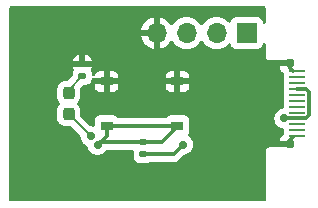
<source format=gbr>
%TF.GenerationSoftware,KiCad,Pcbnew,8.0.3*%
%TF.CreationDate,2024-07-16T16:20:45-05:00*%
%TF.ProjectId,kryptonite,6b727970-746f-46e6-9974-652e6b696361,rev?*%
%TF.SameCoordinates,PX813b7f0PY6643331*%
%TF.FileFunction,Copper,L2,Bot*%
%TF.FilePolarity,Positive*%
%FSLAX46Y46*%
G04 Gerber Fmt 4.6, Leading zero omitted, Abs format (unit mm)*
G04 Created by KiCad (PCBNEW 8.0.3) date 2024-07-16 16:20:45*
%MOMM*%
%LPD*%
G01*
G04 APERTURE LIST*
G04 Aperture macros list*
%AMRoundRect*
0 Rectangle with rounded corners*
0 $1 Rounding radius*
0 $2 $3 $4 $5 $6 $7 $8 $9 X,Y pos of 4 corners*
0 Add a 4 corners polygon primitive as box body*
4,1,4,$2,$3,$4,$5,$6,$7,$8,$9,$2,$3,0*
0 Add four circle primitives for the rounded corners*
1,1,$1+$1,$2,$3*
1,1,$1+$1,$4,$5*
1,1,$1+$1,$6,$7*
1,1,$1+$1,$8,$9*
0 Add four rect primitives between the rounded corners*
20,1,$1+$1,$2,$3,$4,$5,0*
20,1,$1+$1,$4,$5,$6,$7,0*
20,1,$1+$1,$6,$7,$8,$9,0*
20,1,$1+$1,$8,$9,$2,$3,0*%
G04 Aperture macros list end*
%TA.AperFunction,SMDPad,CuDef*%
%ADD10RoundRect,0.112000X0.238000X-0.238000X0.238000X0.238000X-0.238000X0.238000X-0.238000X-0.238000X0*%
%TD*%
%TA.AperFunction,SMDPad,CuDef*%
%ADD11RoundRect,0.055000X0.595000X-0.055000X0.595000X0.055000X-0.595000X0.055000X-0.595000X-0.055000X0*%
%TD*%
%TA.AperFunction,SMDPad,CuDef*%
%ADD12RoundRect,0.062500X0.587500X-0.062500X0.587500X0.062500X-0.587500X0.062500X-0.587500X-0.062500X0*%
%TD*%
%TA.AperFunction,ComponentPad*%
%ADD13R,1.700000X1.700000*%
%TD*%
%TA.AperFunction,ComponentPad*%
%ADD14O,1.700000X1.700000*%
%TD*%
%TA.AperFunction,SMDPad,CuDef*%
%ADD15RoundRect,0.237500X-0.237500X0.287500X-0.237500X-0.287500X0.237500X-0.287500X0.237500X0.287500X0*%
%TD*%
%TA.AperFunction,SMDPad,CuDef*%
%ADD16R,1.000000X0.750000*%
%TD*%
%TA.AperFunction,SMDPad,CuDef*%
%ADD17RoundRect,0.135000X-0.185000X0.135000X-0.185000X-0.135000X0.185000X-0.135000X0.185000X0.135000X0*%
%TD*%
%TA.AperFunction,ViaPad*%
%ADD18C,0.700000*%
%TD*%
%TA.AperFunction,ViaPad*%
%ADD19C,0.600000*%
%TD*%
%TA.AperFunction,Conductor*%
%ADD20C,0.300000*%
%TD*%
%TA.AperFunction,Conductor*%
%ADD21C,0.200000*%
%TD*%
G04 APERTURE END LIST*
D10*
%TO.P,P1,A1,GND*%
%TO.N,GND*%
X24037500Y5135001D03*
X24037500Y11985001D03*
D11*
%TO.P,P1,B1,GND*%
X24687500Y5810001D03*
D12*
%TO.P,P1,B2,TX2+*%
%TO.N,unconnected-(P1-TX2+-PadB2)*%
X24687500Y6310001D03*
%TO.P,P1,B3,TX2-*%
%TO.N,unconnected-(P1-TX2--PadB3)*%
X24687500Y6810001D03*
%TO.P,P1,B4,VBUS*%
%TO.N,VBUS*%
X24687500Y7310001D03*
%TO.P,P1,B5,VCONN*%
%TO.N,unconnected-(P1-VCONN-PadB5)*%
X24687500Y7810001D03*
%TO.P,P1,B6*%
%TO.N,N/C*%
X24687500Y8310001D03*
%TO.P,P1,B7*%
X24687500Y8810001D03*
%TO.P,P1,B8,SBU2*%
%TO.N,unconnected-(P1-SBU2-PadB8)*%
X24687500Y9310001D03*
%TO.P,P1,B9,VBUS*%
%TO.N,VBUS*%
X24687500Y9810001D03*
%TO.P,P1,B10,RX1-*%
%TO.N,unconnected-(P1-RX1--PadB10)*%
X24687500Y10310001D03*
%TO.P,P1,B11,RX1+*%
%TO.N,unconnected-(P1-RX1+-PadB11)*%
X24687500Y10810001D03*
D11*
%TO.P,P1,B12,GND*%
%TO.N,GND*%
X24687500Y11310001D03*
%TD*%
D13*
%TO.P,J1,1,Pin_1*%
%TO.N,+3V3*%
X20390000Y14550001D03*
D14*
%TO.P,J1,2,Pin_2*%
%TO.N,/SWDIO*%
X17850000Y14550001D03*
%TO.P,J1,3,Pin_3*%
%TO.N,/SWCLK*%
X15310000Y14550001D03*
%TO.P,J1,4,Pin_4*%
%TO.N,GND*%
X12770000Y14550001D03*
%TD*%
D15*
%TO.P,D1,1,K*%
%TO.N,/LED_K*%
X5310000Y9442501D03*
%TO.P,D1,2,A*%
%TO.N,/LED_A*%
X5310000Y7692501D03*
%TD*%
D16*
%TO.P,SW1,1,1*%
%TO.N,/BTN*%
X8530000Y6710001D03*
X14530000Y6710001D03*
%TO.P,SW1,2,2*%
%TO.N,GND*%
X8530000Y10460001D03*
X14530000Y10460001D03*
%TD*%
D17*
%TO.P,R5,1*%
%TO.N,/BTN*%
X11640000Y5310001D03*
%TO.P,R5,2*%
%TO.N,+3V3*%
X11640000Y4290001D03*
%TD*%
%TO.P,R6,1*%
%TO.N,GND*%
X6480000Y11930001D03*
%TO.P,R6,2*%
%TO.N,/LED_K*%
X6480000Y10910001D03*
%TD*%
D18*
%TO.N,+3V3*%
X15010000Y5100001D03*
%TO.N,GND*%
X22720000Y11890001D03*
X8650000Y15420001D03*
X21510000Y4230001D03*
D19*
X6571974Y9557001D03*
D18*
X1520000Y9200001D03*
X16985000Y6890001D03*
X6834498Y1614499D03*
X6960000Y13040001D03*
%TO.N,VBUS*%
X23590000Y7310001D03*
%TO.N,/LED_A*%
X7200000Y5790001D03*
%TO.N,/BTN*%
X7770000Y5080001D03*
%TD*%
D20*
%TO.N,+3V3*%
X15010000Y5100001D02*
X14200000Y4290001D01*
X14200000Y4290001D02*
X11640000Y4290001D01*
%TO.N,GND*%
X21510000Y4230001D02*
X21510000Y4780001D01*
X24087500Y5517043D02*
X24346479Y5776022D01*
X24087500Y11985001D02*
X22815000Y11985001D01*
X24087500Y5135001D02*
X24087500Y5517043D01*
X21865000Y5135001D02*
X24087500Y5135001D01*
X21510000Y4780001D02*
X21865000Y5135001D01*
X24087500Y11985001D02*
X24087500Y11602959D01*
X22815000Y11985001D02*
X22720000Y11890001D01*
X24087500Y11602959D02*
X24346479Y11343980D01*
%TO.N,VBUS*%
X24687500Y9810001D02*
X25422596Y9810001D01*
X25422596Y9810001D02*
X25687500Y9545097D01*
X25687500Y7574905D02*
X25422596Y7310001D01*
X25687500Y9545097D02*
X25687500Y7574905D01*
X25422596Y7310001D02*
X24687500Y7310001D01*
X24687500Y7310001D02*
X23590000Y7310001D01*
D21*
%TO.N,/LED_A*%
X7200000Y5790001D02*
X5310000Y7680001D01*
%TO.N,/LED_K*%
X5310000Y9740001D02*
X6480000Y10910001D01*
D20*
%TO.N,/BTN*%
X13260000Y5310001D02*
X14530000Y6580001D01*
X14530000Y6710001D02*
X8530000Y6710001D01*
X8000000Y5310001D02*
X11640000Y5310001D01*
X8530000Y5840001D02*
X7770000Y5080001D01*
X11640000Y5310001D02*
X13260000Y5310001D01*
X8530000Y6710001D02*
X8530000Y5840001D01*
X7770000Y5080001D02*
X8000000Y5310001D01*
%TD*%
%TA.AperFunction,Conductor*%
%TO.N,GND*%
G36*
X21930039Y16799816D02*
G01*
X21975794Y16747012D01*
X21987000Y16695501D01*
X21987000Y15468468D01*
X21967315Y15401429D01*
X21914511Y15355674D01*
X21845353Y15345730D01*
X21781797Y15374755D01*
X21744023Y15433533D01*
X21739710Y15455214D01*
X21738285Y15468468D01*
X21734091Y15507484D01*
X21683796Y15642332D01*
X21683795Y15642333D01*
X21683793Y15642337D01*
X21597547Y15757546D01*
X21597544Y15757549D01*
X21482335Y15843795D01*
X21482328Y15843799D01*
X21347482Y15894093D01*
X21347483Y15894093D01*
X21287883Y15900500D01*
X21287881Y15900501D01*
X21287873Y15900501D01*
X21287864Y15900501D01*
X19492129Y15900501D01*
X19492123Y15900500D01*
X19432516Y15894093D01*
X19297671Y15843799D01*
X19297664Y15843795D01*
X19182455Y15757549D01*
X19182452Y15757546D01*
X19096206Y15642337D01*
X19096203Y15642332D01*
X19047189Y15510918D01*
X19005317Y15454985D01*
X18939853Y15430568D01*
X18871580Y15445420D01*
X18843326Y15466571D01*
X18721402Y15588495D01*
X18721395Y15588500D01*
X18527834Y15724034D01*
X18527830Y15724036D01*
X18527828Y15724037D01*
X18313663Y15823904D01*
X18313659Y15823905D01*
X18313655Y15823907D01*
X18085413Y15885063D01*
X18085403Y15885065D01*
X17850001Y15905660D01*
X17849999Y15905660D01*
X17614596Y15885065D01*
X17614586Y15885063D01*
X17386344Y15823907D01*
X17386335Y15823903D01*
X17172171Y15724037D01*
X17172169Y15724036D01*
X16978597Y15588496D01*
X16811505Y15421404D01*
X16681575Y15235843D01*
X16626998Y15192218D01*
X16557500Y15185024D01*
X16495145Y15216547D01*
X16478425Y15235843D01*
X16348494Y15421404D01*
X16181402Y15588495D01*
X16181395Y15588500D01*
X15987834Y15724034D01*
X15987830Y15724036D01*
X15987828Y15724037D01*
X15773663Y15823904D01*
X15773659Y15823905D01*
X15773655Y15823907D01*
X15545413Y15885063D01*
X15545403Y15885065D01*
X15310001Y15905660D01*
X15309999Y15905660D01*
X15074596Y15885065D01*
X15074586Y15885063D01*
X14846344Y15823907D01*
X14846335Y15823903D01*
X14632171Y15724037D01*
X14632169Y15724036D01*
X14438597Y15588496D01*
X14271508Y15421407D01*
X14141269Y15235406D01*
X14086692Y15191782D01*
X14017193Y15184589D01*
X13954839Y15216111D01*
X13938119Y15235407D01*
X13808113Y15421075D01*
X13808108Y15421081D01*
X13641082Y15588107D01*
X13447578Y15723602D01*
X13233492Y15823431D01*
X13233486Y15823434D01*
X13020000Y15880637D01*
X13020000Y14983013D01*
X12962993Y15015926D01*
X12835826Y15050001D01*
X12704174Y15050001D01*
X12577007Y15015926D01*
X12520000Y14983013D01*
X12520000Y15880637D01*
X12519999Y15880637D01*
X12306513Y15823434D01*
X12306507Y15823431D01*
X12092422Y15723602D01*
X12092420Y15723601D01*
X11898926Y15588115D01*
X11898920Y15588110D01*
X11731891Y15421081D01*
X11731886Y15421075D01*
X11596400Y15227581D01*
X11596399Y15227579D01*
X11496570Y15013494D01*
X11496567Y15013488D01*
X11439364Y14800002D01*
X11439364Y14800001D01*
X12336988Y14800001D01*
X12304075Y14742994D01*
X12270000Y14615827D01*
X12270000Y14484175D01*
X12304075Y14357008D01*
X12336988Y14300001D01*
X11439364Y14300001D01*
X11496567Y14086515D01*
X11496570Y14086509D01*
X11596399Y13872423D01*
X11731894Y13678919D01*
X11898917Y13511896D01*
X12092421Y13376401D01*
X12306507Y13276572D01*
X12306516Y13276568D01*
X12520000Y13219367D01*
X12520000Y14116989D01*
X12577007Y14084076D01*
X12704174Y14050001D01*
X12835826Y14050001D01*
X12962993Y14084076D01*
X13020000Y14116989D01*
X13020000Y13219368D01*
X13233483Y13276568D01*
X13233492Y13276572D01*
X13447578Y13376401D01*
X13641082Y13511896D01*
X13808105Y13678919D01*
X13938119Y13864596D01*
X13992696Y13908220D01*
X14062195Y13915413D01*
X14124549Y13883891D01*
X14141269Y13864596D01*
X14271505Y13678600D01*
X14438599Y13511506D01*
X14535384Y13443736D01*
X14632165Y13375969D01*
X14632167Y13375968D01*
X14632170Y13375966D01*
X14846337Y13276098D01*
X15074592Y13214938D01*
X15251034Y13199501D01*
X15309999Y13194342D01*
X15310000Y13194342D01*
X15310001Y13194342D01*
X15368966Y13199501D01*
X15545408Y13214938D01*
X15773663Y13276098D01*
X15987830Y13375966D01*
X16181401Y13511506D01*
X16348495Y13678600D01*
X16478425Y13864159D01*
X16533002Y13907784D01*
X16602500Y13914978D01*
X16664855Y13883455D01*
X16681575Y13864159D01*
X16811281Y13678919D01*
X16811505Y13678600D01*
X16978599Y13511506D01*
X17075384Y13443736D01*
X17172165Y13375969D01*
X17172167Y13375968D01*
X17172170Y13375966D01*
X17386337Y13276098D01*
X17614592Y13214938D01*
X17791034Y13199501D01*
X17849999Y13194342D01*
X17850000Y13194342D01*
X17850001Y13194342D01*
X17908966Y13199501D01*
X18085408Y13214938D01*
X18313663Y13276098D01*
X18527830Y13375966D01*
X18721401Y13511506D01*
X18843329Y13633435D01*
X18904648Y13666917D01*
X18974340Y13661933D01*
X19030274Y13620062D01*
X19047189Y13589084D01*
X19096202Y13457673D01*
X19096206Y13457666D01*
X19182452Y13342457D01*
X19182455Y13342454D01*
X19297664Y13256208D01*
X19297671Y13256204D01*
X19432517Y13205910D01*
X19432516Y13205910D01*
X19439444Y13205166D01*
X19492127Y13199501D01*
X21287872Y13199502D01*
X21347483Y13205910D01*
X21482331Y13256205D01*
X21597546Y13342455D01*
X21683796Y13457670D01*
X21734091Y13592518D01*
X21739711Y13644793D01*
X21766449Y13709340D01*
X21823841Y13749188D01*
X21893666Y13751682D01*
X21953755Y13716030D01*
X21985030Y13653550D01*
X21987000Y13631534D01*
X21987000Y12520439D01*
X22000652Y12469488D01*
X22007479Y12444011D01*
X22007482Y12444006D01*
X22047035Y12375497D01*
X22047039Y12375492D01*
X22047040Y12375490D01*
X22102989Y12319541D01*
X22102991Y12319540D01*
X22102995Y12319537D01*
X22171504Y12279984D01*
X22171511Y12279980D01*
X22247938Y12259501D01*
X22327062Y12259501D01*
X23111638Y12259501D01*
X23178677Y12239816D01*
X23184652Y12235001D01*
X24163500Y12235001D01*
X24230539Y12215316D01*
X24276294Y12162512D01*
X24287500Y12111001D01*
X24287500Y11859001D01*
X24267815Y11791962D01*
X24215011Y11746207D01*
X24163500Y11735001D01*
X23187500Y11735001D01*
X23187500Y11685196D01*
X23190230Y11650504D01*
X23190231Y11650498D01*
X23233368Y11502020D01*
X23233370Y11502015D01*
X23312079Y11368925D01*
X23312086Y11368916D01*
X23421414Y11259588D01*
X23421423Y11259581D01*
X23487470Y11220521D01*
X23535154Y11169452D01*
X23547463Y11128582D01*
X23548209Y11122366D01*
X23552208Y11112226D01*
X23558487Y11042639D01*
X23551646Y11020054D01*
X23551491Y11019476D01*
X23537000Y10909403D01*
X23537000Y10710598D01*
X23551489Y10600533D01*
X23553594Y10592679D01*
X23550314Y10591801D01*
X23556081Y10537928D01*
X23553017Y10527479D01*
X23553595Y10527324D01*
X23551490Y10519472D01*
X23537000Y10409403D01*
X23537000Y10210598D01*
X23551489Y10100533D01*
X23553594Y10092679D01*
X23550314Y10091801D01*
X23556081Y10037928D01*
X23553017Y10027479D01*
X23553595Y10027324D01*
X23551490Y10019472D01*
X23537000Y9909403D01*
X23537000Y9710598D01*
X23551489Y9600533D01*
X23553594Y9592679D01*
X23550314Y9591801D01*
X23556081Y9537928D01*
X23553017Y9527479D01*
X23553595Y9527324D01*
X23551490Y9519472D01*
X23537000Y9409403D01*
X23537000Y9210598D01*
X23551489Y9100533D01*
X23553594Y9092679D01*
X23550314Y9091801D01*
X23556081Y9037928D01*
X23553017Y9027479D01*
X23553595Y9027324D01*
X23551490Y9019472D01*
X23537000Y8909403D01*
X23537000Y8710598D01*
X23551489Y8600533D01*
X23553594Y8592679D01*
X23550314Y8591801D01*
X23556081Y8537928D01*
X23553017Y8527479D01*
X23553595Y8527324D01*
X23551490Y8519472D01*
X23537000Y8409403D01*
X23537000Y8268650D01*
X23517315Y8201611D01*
X23464511Y8155856D01*
X23438782Y8147360D01*
X23325732Y8123330D01*
X23325728Y8123329D01*
X23162408Y8050614D01*
X23017768Y7945526D01*
X22898140Y7812665D01*
X22808750Y7657837D01*
X22808747Y7657831D01*
X22753504Y7487809D01*
X22753503Y7487807D01*
X22734815Y7310001D01*
X22753503Y7132196D01*
X22753504Y7132194D01*
X22808747Y6962172D01*
X22808750Y6962166D01*
X22898141Y6807336D01*
X22939812Y6761055D01*
X23017764Y6674480D01*
X23017767Y6674478D01*
X23017770Y6674475D01*
X23162407Y6569389D01*
X23325733Y6496672D01*
X23438781Y6472643D01*
X23500263Y6439451D01*
X23534039Y6378288D01*
X23537000Y6351354D01*
X23537000Y6210598D01*
X23551489Y6100531D01*
X23553593Y6092682D01*
X23552314Y6092340D01*
X23558881Y6031243D01*
X23552209Y6007779D01*
X23548210Y5997637D01*
X23547463Y5991420D01*
X23519921Y5927208D01*
X23487472Y5899483D01*
X23421424Y5860422D01*
X23421419Y5860418D01*
X23312083Y5751083D01*
X23312079Y5751078D01*
X23233370Y5617988D01*
X23233368Y5617983D01*
X23190231Y5469505D01*
X23190230Y5469499D01*
X23187500Y5434807D01*
X23187500Y5385001D01*
X24163500Y5385001D01*
X24230539Y5365316D01*
X24276294Y5312512D01*
X24287500Y5261001D01*
X24287500Y5009001D01*
X24267815Y4941962D01*
X24215011Y4896207D01*
X24163500Y4885001D01*
X23177674Y4885001D01*
X23137996Y4863335D01*
X23111638Y4860501D01*
X22327062Y4860501D01*
X22247938Y4860501D01*
X22209724Y4850262D01*
X22171509Y4840022D01*
X22171504Y4840019D01*
X22102995Y4800466D01*
X22102987Y4800460D01*
X22047041Y4744514D01*
X22047035Y4744506D01*
X22007482Y4675997D01*
X22007479Y4675992D01*
X21987000Y4599562D01*
X21987000Y424500D01*
X21967315Y357461D01*
X21914511Y311706D01*
X21863000Y300500D01*
X424500Y300500D01*
X357461Y320185D01*
X311706Y372989D01*
X300500Y424500D01*
X300500Y9779186D01*
X4334500Y9779186D01*
X4334500Y9105832D01*
X4334501Y9105814D01*
X4344825Y9004749D01*
X4376420Y8909403D01*
X4399092Y8840985D01*
X4479515Y8710598D01*
X4489661Y8694150D01*
X4528629Y8655182D01*
X4562114Y8593859D01*
X4557130Y8524167D01*
X4528629Y8479820D01*
X4489661Y8440853D01*
X4399093Y8294020D01*
X4399092Y8294017D01*
X4344826Y8130254D01*
X4344826Y8130253D01*
X4344825Y8130253D01*
X4334500Y8029186D01*
X4334500Y7355832D01*
X4334501Y7355814D01*
X4344825Y7254749D01*
X4365458Y7192485D01*
X4399092Y7090985D01*
X4489660Y6944151D01*
X4611650Y6822161D01*
X4758484Y6731593D01*
X4922247Y6677327D01*
X5023323Y6667001D01*
X5422401Y6667002D01*
X5489440Y6647318D01*
X5510082Y6630683D01*
X6313066Y5827699D01*
X6346551Y5766376D01*
X6348706Y5752980D01*
X6363503Y5612197D01*
X6363504Y5612194D01*
X6418747Y5442172D01*
X6418750Y5442166D01*
X6508141Y5287336D01*
X6534075Y5258534D01*
X6627764Y5154480D01*
X6627767Y5154478D01*
X6627770Y5154475D01*
X6772407Y5049389D01*
X6859781Y5010488D01*
X6913017Y4965238D01*
X6932664Y4910177D01*
X6933502Y4902203D01*
X6933504Y4902194D01*
X6988747Y4732172D01*
X6988750Y4732166D01*
X7078141Y4577336D01*
X7119812Y4531055D01*
X7197764Y4444480D01*
X7197767Y4444478D01*
X7197770Y4444475D01*
X7342407Y4339389D01*
X7505733Y4266672D01*
X7680609Y4229501D01*
X7680610Y4229501D01*
X7859389Y4229501D01*
X7859391Y4229501D01*
X8034267Y4266672D01*
X8197593Y4339389D01*
X8342230Y4444475D01*
X8461859Y4577336D01*
X8461862Y4577341D01*
X8473503Y4597502D01*
X8524070Y4645717D01*
X8580889Y4659501D01*
X10698762Y4659501D01*
X10765801Y4639816D01*
X10811556Y4587012D01*
X10822380Y4525771D01*
X10819500Y4489186D01*
X10819500Y4090832D01*
X10819501Y4090810D01*
X10822335Y4054796D01*
X10867129Y3900613D01*
X10867131Y3900608D01*
X10948863Y3762406D01*
X10948869Y3762398D01*
X11062396Y3648871D01*
X11062400Y3648868D01*
X11062402Y3648866D01*
X11200607Y3567132D01*
X11241268Y3555319D01*
X11354791Y3522337D01*
X11354794Y3522337D01*
X11354796Y3522336D01*
X11390819Y3519501D01*
X11889180Y3519502D01*
X11925204Y3522336D01*
X12079393Y3567132D01*
X12172564Y3622234D01*
X12235685Y3639501D01*
X14264071Y3639501D01*
X14348615Y3656319D01*
X14389744Y3664500D01*
X14508127Y3713536D01*
X14614669Y3784724D01*
X15048092Y4218148D01*
X15109413Y4251631D01*
X15109477Y4251645D01*
X15274267Y4286672D01*
X15437593Y4359389D01*
X15582230Y4464475D01*
X15701859Y4597336D01*
X15791250Y4752166D01*
X15846497Y4922198D01*
X15865185Y5100001D01*
X15846497Y5277804D01*
X15818873Y5362820D01*
X15791252Y5447831D01*
X15791249Y5447837D01*
X15701859Y5602666D01*
X15655003Y5654705D01*
X15582235Y5735523D01*
X15582226Y5735530D01*
X15440586Y5838440D01*
X15397920Y5893770D01*
X15391942Y5963383D01*
X15414205Y6013067D01*
X15473796Y6092670D01*
X15524091Y6227518D01*
X15530500Y6287128D01*
X15530499Y7132873D01*
X15524091Y7192484D01*
X15473796Y7327332D01*
X15473795Y7327333D01*
X15473793Y7327337D01*
X15387547Y7442546D01*
X15387544Y7442549D01*
X15272335Y7528795D01*
X15272328Y7528799D01*
X15137482Y7579093D01*
X15137483Y7579093D01*
X15077883Y7585500D01*
X15077881Y7585501D01*
X15077873Y7585501D01*
X15077864Y7585501D01*
X13982129Y7585501D01*
X13982123Y7585500D01*
X13922516Y7579093D01*
X13787671Y7528799D01*
X13787664Y7528795D01*
X13672457Y7442550D01*
X13672449Y7442543D01*
X13648232Y7410191D01*
X13592299Y7368319D01*
X13548965Y7360501D01*
X9511035Y7360501D01*
X9443996Y7380186D01*
X9411768Y7410191D01*
X9387550Y7442543D01*
X9387547Y7442546D01*
X9387546Y7442547D01*
X9327087Y7487807D01*
X9272335Y7528795D01*
X9272328Y7528799D01*
X9137482Y7579093D01*
X9137483Y7579093D01*
X9077883Y7585500D01*
X9077881Y7585501D01*
X9077873Y7585501D01*
X9077864Y7585501D01*
X7982129Y7585501D01*
X7982123Y7585500D01*
X7922516Y7579093D01*
X7787671Y7528799D01*
X7787664Y7528795D01*
X7672455Y7442549D01*
X7672452Y7442546D01*
X7586206Y7327337D01*
X7586202Y7327330D01*
X7535908Y7192484D01*
X7529501Y7132885D01*
X7529501Y7132878D01*
X7529500Y7132866D01*
X7529500Y6742592D01*
X7509815Y6675553D01*
X7457011Y6629798D01*
X7387853Y6619854D01*
X7379720Y6621301D01*
X7379684Y6621309D01*
X7289391Y6640501D01*
X7289387Y6640501D01*
X7250098Y6640501D01*
X7183059Y6660186D01*
X7162417Y6676820D01*
X6321818Y7517419D01*
X6288333Y7578742D01*
X6285499Y7605100D01*
X6285499Y8029171D01*
X6285498Y8029188D01*
X6275174Y8130254D01*
X6220908Y8294017D01*
X6130340Y8440851D01*
X6091371Y8479820D01*
X6057886Y8541143D01*
X6062870Y8610835D01*
X6091371Y8655182D01*
X6130340Y8694151D01*
X6220908Y8840985D01*
X6275174Y9004748D01*
X6285500Y9105824D01*
X6285499Y9779177D01*
X6283415Y9799577D01*
X6296184Y9868269D01*
X6319089Y9899857D01*
X6456390Y10037157D01*
X7530000Y10037157D01*
X7536401Y9977629D01*
X7536403Y9977622D01*
X7586645Y9842915D01*
X7586649Y9842908D01*
X7672809Y9727814D01*
X7672812Y9727811D01*
X7787906Y9641651D01*
X7787913Y9641647D01*
X7922620Y9591405D01*
X7922627Y9591403D01*
X7982155Y9585002D01*
X7982172Y9585001D01*
X8280000Y9585001D01*
X8780000Y9585001D01*
X9077828Y9585001D01*
X9077844Y9585002D01*
X9137372Y9591403D01*
X9137379Y9591405D01*
X9272086Y9641647D01*
X9272093Y9641651D01*
X9387187Y9727811D01*
X9387190Y9727814D01*
X9473350Y9842908D01*
X9473354Y9842915D01*
X9523596Y9977622D01*
X9523598Y9977629D01*
X9529999Y10037157D01*
X13530000Y10037157D01*
X13536401Y9977629D01*
X13536403Y9977622D01*
X13586645Y9842915D01*
X13586649Y9842908D01*
X13672809Y9727814D01*
X13672812Y9727811D01*
X13787906Y9641651D01*
X13787913Y9641647D01*
X13922620Y9591405D01*
X13922627Y9591403D01*
X13982155Y9585002D01*
X13982172Y9585001D01*
X14280000Y9585001D01*
X14780000Y9585001D01*
X15077828Y9585001D01*
X15077844Y9585002D01*
X15137372Y9591403D01*
X15137379Y9591405D01*
X15272086Y9641647D01*
X15272093Y9641651D01*
X15387187Y9727811D01*
X15387190Y9727814D01*
X15473350Y9842908D01*
X15473354Y9842915D01*
X15523596Y9977622D01*
X15523598Y9977629D01*
X15529999Y10037157D01*
X15530000Y10037174D01*
X15530000Y10210001D01*
X14780000Y10210001D01*
X14780000Y9585001D01*
X14280000Y9585001D01*
X14280000Y10210001D01*
X13530000Y10210001D01*
X13530000Y10037157D01*
X9529999Y10037157D01*
X9530000Y10037174D01*
X9530000Y10210001D01*
X8780000Y10210001D01*
X8780000Y9585001D01*
X8280000Y9585001D01*
X8280000Y10210001D01*
X7530000Y10210001D01*
X7530000Y10037157D01*
X6456390Y10037157D01*
X6522416Y10103183D01*
X6583739Y10136668D01*
X6610097Y10139502D01*
X6729168Y10139502D01*
X6729180Y10139502D01*
X6765204Y10142336D01*
X6919393Y10187132D01*
X7057598Y10268866D01*
X7171135Y10382403D01*
X7252869Y10520608D01*
X7297665Y10674797D01*
X7297665Y10674804D01*
X7299396Y10680760D01*
X7337002Y10739646D01*
X7400475Y10768853D01*
X7469661Y10759107D01*
X7506154Y10733847D01*
X7530000Y10710001D01*
X8280000Y10710001D01*
X8780000Y10710001D01*
X9530000Y10710001D01*
X9530000Y10882829D01*
X9529999Y10882846D01*
X13530000Y10882846D01*
X13530000Y10710001D01*
X14280000Y10710001D01*
X14780000Y10710001D01*
X15530000Y10710001D01*
X15530000Y10882829D01*
X15529999Y10882846D01*
X15523598Y10942374D01*
X15523596Y10942381D01*
X15473354Y11077088D01*
X15473350Y11077095D01*
X15387190Y11192189D01*
X15387187Y11192192D01*
X15272093Y11278352D01*
X15272086Y11278356D01*
X15137379Y11328598D01*
X15137372Y11328600D01*
X15077844Y11335001D01*
X14780000Y11335001D01*
X14780000Y10710001D01*
X14280000Y10710001D01*
X14280000Y11335001D01*
X13982155Y11335001D01*
X13922627Y11328600D01*
X13922620Y11328598D01*
X13787913Y11278356D01*
X13787906Y11278352D01*
X13672812Y11192192D01*
X13672809Y11192189D01*
X13586649Y11077095D01*
X13586645Y11077088D01*
X13536403Y10942381D01*
X13536401Y10942374D01*
X13530000Y10882846D01*
X9529999Y10882846D01*
X9523598Y10942374D01*
X9523596Y10942381D01*
X9473354Y11077088D01*
X9473350Y11077095D01*
X9387190Y11192189D01*
X9387187Y11192192D01*
X9272093Y11278352D01*
X9272086Y11278356D01*
X9137379Y11328598D01*
X9137372Y11328600D01*
X9077844Y11335001D01*
X8780000Y11335001D01*
X8780000Y10710001D01*
X8280000Y10710001D01*
X8280000Y11335001D01*
X7982155Y11335001D01*
X7922627Y11328600D01*
X7922620Y11328598D01*
X7787913Y11278356D01*
X7787906Y11278352D01*
X7672812Y11192192D01*
X7672809Y11192189D01*
X7586649Y11077095D01*
X7586645Y11077088D01*
X7540681Y10953851D01*
X7498810Y10897917D01*
X7433345Y10873500D01*
X7365072Y10888352D01*
X7315667Y10937757D01*
X7300499Y10997184D01*
X7300499Y11109171D01*
X7300498Y11109193D01*
X7297665Y11145202D01*
X7297665Y11145205D01*
X7252869Y11299394D01*
X7218581Y11357372D01*
X7201398Y11425096D01*
X7218582Y11483615D01*
X7252404Y11540805D01*
X7252405Y11540807D01*
X7292844Y11680001D01*
X6740409Y11680001D01*
X6730682Y11680383D01*
X6729182Y11680501D01*
X6230831Y11680501D01*
X6230806Y11680500D01*
X6229332Y11680383D01*
X6219607Y11680001D01*
X5667156Y11680001D01*
X5707594Y11540808D01*
X5741419Y11483613D01*
X5758601Y11415889D01*
X5741419Y11357373D01*
X5707130Y11299394D01*
X5707129Y11299390D01*
X5662335Y11145210D01*
X5662334Y11145204D01*
X5659500Y11109190D01*
X5659500Y10990099D01*
X5639815Y10923060D01*
X5623181Y10902418D01*
X5225082Y10504320D01*
X5163759Y10470835D01*
X5137402Y10468001D01*
X5023331Y10468001D01*
X5023312Y10468000D01*
X4922247Y10457676D01*
X4758484Y10403409D01*
X4758481Y10403408D01*
X4611648Y10312840D01*
X4489661Y10190853D01*
X4399093Y10044020D01*
X4399091Y10044015D01*
X4377093Y9977629D01*
X4344826Y9880254D01*
X4344826Y9880253D01*
X4344825Y9880253D01*
X4334500Y9779186D01*
X300500Y9779186D01*
X300500Y12180001D01*
X5667156Y12180001D01*
X6230000Y12180001D01*
X6730000Y12180001D01*
X7292844Y12180001D01*
X7252404Y12319196D01*
X7170738Y12457287D01*
X7170731Y12457296D01*
X7057294Y12570733D01*
X7057285Y12570740D01*
X6919191Y12652408D01*
X6919188Y12652409D01*
X6765130Y12697167D01*
X6730000Y12699933D01*
X6730000Y12180001D01*
X6230000Y12180001D01*
X6230000Y12699933D01*
X6229999Y12699933D01*
X6194869Y12697167D01*
X6194868Y12697167D01*
X6040811Y12652409D01*
X6040808Y12652408D01*
X5902714Y12570740D01*
X5902705Y12570733D01*
X5789268Y12457296D01*
X5789261Y12457287D01*
X5707595Y12319196D01*
X5667156Y12180001D01*
X300500Y12180001D01*
X300500Y16695501D01*
X320185Y16762540D01*
X372989Y16808295D01*
X424500Y16819501D01*
X21863000Y16819501D01*
X21930039Y16799816D01*
G37*
%TD.AperFunction*%
%TD*%
M02*

</source>
